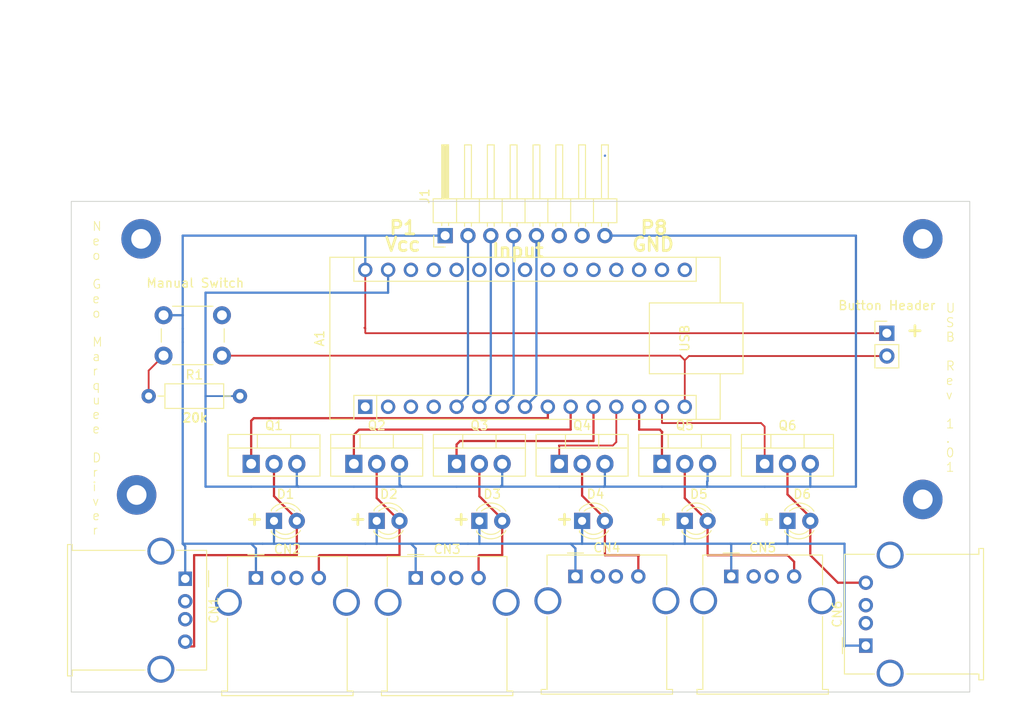
<source format=kicad_pcb>
(kicad_pcb (version 20241229) (generator "pcbnew") (generator_version "9.0")
  (layers (0 "F.Cu" signal) (2 "B.Cu" signal) (13 "F.Paste" user) (15 "B.Paste" user) (5 "F.SilkS" user "F.Silkscreen") (7 "B.SilkS" user "B.Silkscreen") (1 "F.Mask" user) (3 "B.Mask" user) (25 "Edge.Cuts" user))
  (net 0 "")
  (footprint "Connector_USB:USB_A_Molex_67643_Horizontal" (layer "F.Cu") (at 133.88 100.16)
    (property "Reference" "CN4" (at 3.5 -3.19 0) (layer "F.SilkS"))
    (property "Value" "USB_A_Molex_67643_Horizontal")
    (pad "1" thru_hole rect (at 0 0) (size 1.6 1.5) (drill 0.95) (layers "*.Cu" "*.Mask"))
    (pad "2" thru_hole circle (at 2.5 0) (size 1.6 1.6) (drill 0.95) (layers "*.Cu" "*.Mask"))
    (pad "3" thru_hole circle (at 4.5 0) (size 1.6 1.6) (drill 0.95) (layers "*.Cu" "*.Mask"))
    (pad "4" thru_hole circle (at 7 0) (size 1.6 1.6) (drill 0.95) (layers "*.Cu" "*.Mask"))
    (pad "5" thru_hole circle (at -3.07 2.71) (size 3 3) (drill 2.3) (layers "*.Cu" "*.Mask"))
    (pad "5" thru_hole circle (at 10.07 2.71) (size 3 3) (drill 2.3) (layers "*.Cu" "*.Mask"))
  )
  (footprint "Connector_USB:USB_A_Molex_67643_Horizontal" (layer "F.Cu") (at 166.2 107.86 90)
    (property "Reference" "CN6" (at 3.5 -3.19 90) (layer "F.SilkS"))
    (property "Value" "USB_A_Molex_67643_Horizontal")
    (pad "1" thru_hole rect (at 0 0 90) (size 1.6 1.5) (drill 0.95) (layers "*.Cu" "*.Mask"))
    (pad "2" thru_hole circle (at 2.5 0 90) (size 1.6 1.6) (drill 0.95) (layers "*.Cu" "*.Mask"))
    (pad "3" thru_hole circle (at 4.5 0 90) (size 1.6 1.6) (drill 0.95) (layers "*.Cu" "*.Mask"))
    (pad "4" thru_hole circle (at 7 0 90) (size 1.6 1.6) (drill 0.95) (layers "*.Cu" "*.Mask"))
    (pad "5" thru_hole circle (at -3.07 2.71 90) (size 3 3) (drill 2.3) (layers "*.Cu" "*.Mask"))
    (pad "5" thru_hole circle (at 10.07 2.71 90) (size 3 3) (drill 2.3) (layers "*.Cu" "*.Mask"))
  )
  (footprint "Button_Switch_THT:SW_PUSH_6mm_H5mm" (layer "F.Cu") (at 88.04 71.09)
    (property "Reference" "REF**" (hide yes))
    (property "Value" "SW_PUSH_6mm_H5mm")
    (pad "1" thru_hole circle (at 0 0 90) (size 2 2) (drill 1.1) (layers "*.Cu" "*.Mask"))
    (pad "1" thru_hole circle (at 6.5 0 90) (size 2 2) (drill 1.1) (layers "*.Cu" "*.Mask"))
    (pad "2" thru_hole circle (at 0 4.5 90) (size 2 2) (drill 1.1) (layers "*.Cu" "*.Mask"))
    (pad "2" thru_hole circle (at 6.5 4.5 90) (size 2 2) (drill 1.1) (layers "*.Cu" "*.Mask"))
  )
  (footprint "Resistor_THT:R_Axial_DIN0207_L6.3mm_D2.5mm_P10.16mm_Horizontal" (layer "F.Cu") (at 86.38 80.09)
    (property "Reference" "R1" (at 5.08 -2.37 0) (layer "F.SilkS"))
    (property "Value" "R_Axial_DIN0207_L6.3mm_D2.5mm_P10.16mm_Horizontal")
    (pad "1" thru_hole circle (at 0 0) (size 1.6 1.6) (drill 0.8) (layers "*.Cu" "*.Mask"))
    (pad "2" thru_hole oval (at 10.16 0) (size 1.6 1.6) (drill 0.8) (layers "*.Cu" "*.Mask"))
  )
  (footprint "LED_THT:LED_D3.0mm" (layer "F.Cu") (at 100.33 93.98)
    (property "Reference" "D1" (hide yes))
    (property "Value" "LED_D3.0mm")
    (pad "1" thru_hole rect (at 0 0) (size 1.8 1.8) (drill 0.9) (layers "*.Cu" "*.Mask"))
    (pad "2" thru_hole circle (at 2.54 0) (size 1.8 1.8) (drill 0.9) (layers "*.Cu" "*.Mask"))
  )
  (footprint "MountingHole:MountingHole_2.2mm_M2_Pad" (layer "F.Cu") (at 172.54 91.59)
    (property "Reference" "REF**" (hide yes))
    (property "Value" "MountingHole_2.2mm_M2_Pad")
    (pad "1" thru_hole circle (at 0 0) (size 4.4 4.4) (drill 2.2) (layers "*.Cu" "*.Mask"))
  )
  (footprint "LED_THT:LED_D3.0mm" (layer "F.Cu") (at 157.48 93.98)
    (property "Reference" "D6" (hide yes))
    (property "Value" "LED_D3.0mm")
    (pad "1" thru_hole rect (at 0 0) (size 1.8 1.8) (drill 0.9) (layers "*.Cu" "*.Mask"))
    (pad "2" thru_hole circle (at 2.54 0) (size 1.8 1.8) (drill 0.9) (layers "*.Cu" "*.Mask"))
  )
  (footprint "LED_THT:LED_D3.0mm" (layer "F.Cu") (at 146.05 93.98)
    (property "Reference" "D5" (hide yes))
    (property "Value" "LED_D3.0mm")
    (pad "1" thru_hole rect (at 0 0) (size 1.8 1.8) (drill 0.9) (layers "*.Cu" "*.Mask"))
    (pad "2" thru_hole circle (at 2.54 0) (size 1.8 1.8) (drill 0.9) (layers "*.Cu" "*.Mask"))
  )
  (footprint "MountingHole:MountingHole_2.2mm_M2_Pad" (layer "F.Cu") (at 172.54 62.59)
    (property "Reference" "REF**" (hide yes))
    (property "Value" "MountingHole_2.2mm_M2_Pad")
    (pad "1" thru_hole circle (at 0 0) (size 4.4 4.4) (drill 2.2) (layers "*.Cu" "*.Mask"))
  )
  (footprint "Connector_USB:USB_A_Molex_67643_Horizontal" (layer "F.Cu") (at 116.1 100.33)
    (property "Reference" "CN3" (at 3.5 -3.19 0) (layer "F.SilkS"))
    (property "Value" "USB_A_Molex_67643_Horizontal")
    (pad "1" thru_hole rect (at 0 0) (size 1.6 1.5) (drill 0.95) (layers "*.Cu" "*.Mask"))
    (pad "2" thru_hole circle (at 2.5 0) (size 1.6 1.6) (drill 0.95) (layers "*.Cu" "*.Mask"))
    (pad "3" thru_hole circle (at 4.5 0) (size 1.6 1.6) (drill 0.95) (layers "*.Cu" "*.Mask"))
    (pad "4" thru_hole circle (at 7 0) (size 1.6 1.6) (drill 0.95) (layers "*.Cu" "*.Mask"))
    (pad "5" thru_hole circle (at -3.07 2.71) (size 3 3) (drill 2.3) (layers "*.Cu" "*.Mask"))
    (pad "5" thru_hole circle (at 10.07 2.71) (size 3 3) (drill 2.3) (layers "*.Cu" "*.Mask"))
  )
  (footprint "Package_TO_SOT_THT:TO-220-3_Vertical" (layer "F.Cu") (at 154.94 87.63)
    (property "Reference" "Q6" (at 2.54 -4.27 0) (layer "F.SilkS"))
    (property "Value" "TO-220-3_Vertical")
    (pad "1" thru_hole rect (at 0 0) (size 1.905 2) (drill 1.1) (layers "*.Cu" "*.Mask"))
    (pad "2" thru_hole oval (at 2.54 0) (size 1.905 2) (drill 1.1) (layers "*.Cu" "*.Mask"))
    (pad "3" thru_hole oval (at 5.08 0) (size 1.905 2) (drill 1.1) (layers "*.Cu" "*.Mask"))
  )
  (footprint "Connector_USB:USB_A_Molex_67643_Horizontal" (layer "F.Cu") (at 90.45 100.42 -90)
    (property "Reference" "CN1" (at 3.5 -3.19 90) (layer "F.SilkS"))
    (property "Value" "USB_A_Molex_67643_Horizontal")
    (pad "1" thru_hole rect (at 0 0 270) (size 1.6 1.5) (drill 0.95) (layers "*.Cu" "*.Mask"))
    (pad "2" thru_hole circle (at 2.5 0 270) (size 1.6 1.6) (drill 0.95) (layers "*.Cu" "*.Mask"))
    (pad "3" thru_hole circle (at 4.5 0 270) (size 1.6 1.6) (drill 0.95) (layers "*.Cu" "*.Mask"))
    (pad "4" thru_hole circle (at 7 0 270) (size 1.6 1.6) (drill 0.95) (layers "*.Cu" "*.Mask"))
    (pad "5" thru_hole circle (at -3.07 2.71 270) (size 3 3) (drill 2.3) (layers "*.Cu" "*.Mask"))
    (pad "5" thru_hole circle (at 10.07 2.71 270) (size 3 3) (drill 2.3) (layers "*.Cu" "*.Mask"))
  )
  (footprint "Package_TO_SOT_THT:TO-220-3_Vertical" (layer "F.Cu") (at 109.22 87.63)
    (property "Reference" "Q2" (at 2.54 -4.27 0) (layer "F.SilkS"))
    (property "Value" "TO-220-3_Vertical")
    (pad "1" thru_hole rect (at 0 0) (size 1.905 2) (drill 1.1) (layers "*.Cu" "*.Mask"))
    (pad "2" thru_hole oval (at 2.54 0) (size 1.905 2) (drill 1.1) (layers "*.Cu" "*.Mask"))
    (pad "3" thru_hole oval (at 5.08 0) (size 1.905 2) (drill 1.1) (layers "*.Cu" "*.Mask"))
  )
  (footprint "LED_THT:LED_D3.0mm" (layer "F.Cu") (at 134.62 93.98)
    (property "Reference" "D4" (hide yes))
    (property "Value" "LED_D3.0mm")
    (pad "1" thru_hole rect (at 0 0) (size 1.8 1.8) (drill 0.9) (layers "*.Cu" "*.Mask"))
    (pad "2" thru_hole circle (at 2.54 0) (size 1.8 1.8) (drill 0.9) (layers "*.Cu" "*.Mask"))
  )
  (footprint "LED_THT:LED_D3.0mm" (layer "F.Cu") (at 123.19 93.98)
    (property "Reference" "D3" (hide yes))
    (property "Value" "LED_D3.0mm")
    (pad "1" thru_hole rect (at 0 0) (size 1.8 1.8) (drill 0.9) (layers "*.Cu" "*.Mask"))
    (pad "2" thru_hole circle (at 2.54 0) (size 1.8 1.8) (drill 0.9) (layers "*.Cu" "*.Mask"))
  )
  (footprint "Package_TO_SOT_THT:TO-220-3_Vertical" (layer "F.Cu") (at 143.51 87.63)
    (property "Reference" "Q5" (at 2.54 -4.27 0) (layer "F.SilkS"))
    (property "Value" "TO-220-3_Vertical")
    (pad "1" thru_hole rect (at 0 0) (size 1.905 2) (drill 1.1) (layers "*.Cu" "*.Mask"))
    (pad "2" thru_hole oval (at 2.54 0) (size 1.905 2) (drill 1.1) (layers "*.Cu" "*.Mask"))
    (pad "3" thru_hole oval (at 5.08 0) (size 1.905 2) (drill 1.1) (layers "*.Cu" "*.Mask"))
  )
  (footprint "MountingHole:MountingHole_2.2mm_M2_Pad" (layer "F.Cu") (at 85.04 91.09)
    (property "Reference" "REF**" (hide yes))
    (property "Value" "MountingHole_2.2mm_M2_Pad")
    (pad "1" thru_hole circle (at 0 0) (size 4.4 4.4) (drill 2.2) (layers "*.Cu" "*.Mask"))
  )
  (footprint "MountingHole:MountingHole_2.2mm_M2_Pad" (layer "F.Cu") (at 85.54 62.59)
    (property "Reference" "REF**" (hide yes))
    (property "Value" "MountingHole_2.2mm_M2_Pad")
    (pad "1" thru_hole circle (at 0 0) (size 4.4 4.4) (drill 2.2) (layers "*.Cu" "*.Mask"))
  )
  (footprint "Package_TO_SOT_THT:TO-220-3_Vertical" (layer "F.Cu") (at 132.08 87.63)
    (property "Reference" "Q4" (at 2.54 -4.27 0) (layer "F.SilkS"))
    (property "Value" "TO-220-3_Vertical")
    (pad "1" thru_hole rect (at 0 0) (size 1.905 2) (drill 1.1) (layers "*.Cu" "*.Mask"))
    (pad "2" thru_hole oval (at 2.54 0) (size 1.905 2) (drill 1.1) (layers "*.Cu" "*.Mask"))
    (pad "3" thru_hole oval (at 5.08 0) (size 1.905 2) (drill 1.1) (layers "*.Cu" "*.Mask"))
  )
  (footprint "Connector_USB:USB_A_Molex_67643_Horizontal" (layer "F.Cu") (at 98.32 100.33)
    (property "Reference" "CN2" (at 3.5 -3.19 0) (layer "F.SilkS"))
    (property "Value" "USB_A_Molex_67643_Horizontal")
    (pad "1" thru_hole rect (at 0 0) (size 1.6 1.5) (drill 0.95) (layers "*.Cu" "*.Mask"))
    (pad "2" thru_hole circle (at 2.5 0) (size 1.6 1.6) (drill 0.95) (layers "*.Cu" "*.Mask"))
    (pad "3" thru_hole circle (at 4.5 0) (size 1.6 1.6) (drill 0.95) (layers "*.Cu" "*.Mask"))
    (pad "4" thru_hole circle (at 7 0) (size 1.6 1.6) (drill 0.95) (layers "*.Cu" "*.Mask"))
    (pad "5" thru_hole circle (at -3.07 2.71) (size 3 3) (drill 2.3) (layers "*.Cu" "*.Mask"))
    (pad "5" thru_hole circle (at 10.07 2.71) (size 3 3) (drill 2.3) (layers "*.Cu" "*.Mask"))
  )
  (footprint "Connector_USB:USB_A_Molex_67643_Horizontal" (layer "F.Cu") (at 151.22 100.16)
    (property "Reference" "CN5" (at 3.5 -3.19 0) (layer "F.SilkS"))
    (property "Value" "USB_A_Molex_67643_Horizontal")
    (pad "1" thru_hole rect (at 0 0) (size 1.6 1.5) (drill 0.95) (layers "*.Cu" "*.Mask"))
    (pad "2" thru_hole circle (at 2.5 0) (size 1.6 1.6) (drill 0.95) (layers "*.Cu" "*.Mask"))
    (pad "3" thru_hole circle (at 4.5 0) (size 1.6 1.6) (drill 0.95) (layers "*.Cu" "*.Mask"))
    (pad "4" thru_hole circle (at 7 0) (size 1.6 1.6) (drill 0.95) (layers "*.Cu" "*.Mask"))
    (pad "5" thru_hole circle (at -3.07 2.71) (size 3 3) (drill 2.3) (layers "*.Cu" "*.Mask"))
    (pad "5" thru_hole circle (at 10.07 2.71) (size 3 3) (drill 2.3) (layers "*.Cu" "*.Mask"))
  )
  (footprint "Package_TO_SOT_THT:TO-220-3_Vertical" (layer "F.Cu") (at 120.65 87.63)
    (property "Reference" "Q3" (at 2.54 -4.27 0) (layer "F.SilkS"))
    (property "Value" "TO-220-3_Vertical")
    (pad "1" thru_hole rect (at 0 0) (size 1.905 2) (drill 1.1) (layers "*.Cu" "*.Mask"))
    (pad "2" thru_hole oval (at 2.54 0) (size 1.905 2) (drill 1.1) (layers "*.Cu" "*.Mask"))
    (pad "3" thru_hole oval (at 5.08 0) (size 1.905 2) (drill 1.1) (layers "*.Cu" "*.Mask"))
  )
  (footprint "Package_TO_SOT_THT:TO-220-3_Vertical" (layer "F.Cu") (at 97.79 87.63)
    (property "Reference" "Q1" (at 2.54 -4.27 0) (layer "F.SilkS"))
    (property "Value" "TO-220-3_Vertical")
    (pad "1" thru_hole rect (at 0 0) (size 1.905 2) (drill 1.1) (layers "*.Cu" "*.Mask"))
    (pad "2" thru_hole oval (at 2.54 0) (size 1.905 2) (drill 1.1) (layers "*.Cu" "*.Mask"))
    (pad "3" thru_hole oval (at 5.08 0) (size 1.905 2) (drill 1.1) (layers "*.Cu" "*.Mask"))
  )
  (footprint "Module:Arduino_Nano_WithMountingHoles" (layer "F.Cu") (at 110.49 81.28 90)
    (property "Reference" "A1" (at 7.62 -5.08 90) (layer "F.SilkS"))
    (property "Value" "Arduino_Nano_WithMountingHoles")
    (fp_text user "USB" (at 7.62 35.56 90) (layer "F.SilkS"))
    (pad "" np_thru_hole circle (at 0 -2.54 90) (size 1.78 1.78) (drill 1.78) (layers "*.Cu" "*.Mask"))
    (pad "" np_thru_hole circle (at 0 38.1 90) (size 1.78 1.78) (drill 1.78) (layers "*.Cu" "*.Mask"))
    (pad "" np_thru_hole circle (at 15.24 -2.54 90) (size 1.78 1.78) (drill 1.78) (layers "*.Cu" "*.Mask"))
    (pad "" np_thru_hole circle (at 15.24 38.1 90) (size 1.78 1.78) (drill 1.78) (layers "*.Cu" "*.Mask"))
    (pad "3V3 Out" thru_hole oval (at 15.24 33.02 90) (size 1.6 1.6) (drill 1) (layers "*.Cu" "*.Mask"))
    (pad "5V Out" thru_hole oval (at 15.24 7.62 90) (size 1.6 1.6) (drill 1) (layers "*.Cu" "*.Mask"))
    (pad "A0" thru_hole oval (at 15.24 27.94 90) (size 1.6 1.6) (drill 1) (layers "*.Cu" "*.Mask"))
    (pad "A1" thru_hole oval (at 15.24 25.4 90) (size 1.6 1.6) (drill 1) (layers "*.Cu" "*.Mask"))
    (pad "A2" thru_hole oval (at 15.24 22.86 90) (size 1.6 1.6) (drill 1) (layers "*.Cu" "*.Mask"))
    (pad "A3" thru_hole oval (at 15.24 20.32 90) (size 1.6 1.6) (drill 1) (layers "*.Cu" "*.Mask"))
    (pad "A4" thru_hole oval (at 15.24 17.78 90) (size 1.6 1.6) (drill 1) (layers "*.Cu" "*.Mask"))
    (pad "A5" thru_hole oval (at 15.24 15.24 90) (size 1.6 1.6) (drill 1) (layers "*.Cu" "*.Mask"))
    (pad "A6" thru_hole oval (at 15.24 12.7 90) (size 1.6 1.6) (drill 1) (layers "*.Cu" "*.Mask"))
    (pad "A7" thru_hole oval (at 15.24 10.16 90) (size 1.6 1.6) (drill 1) (layers "*.Cu" "*.Mask"))
    (pad "D2" thru_hole oval (at 0 10.16 90) (size 1.6 1.6) (drill 1) (layers "*.Cu" "*.Mask"))
    (pad "D3" thru_hole oval (at 0 12.7 90) (size 1.6 1.6) (drill 1) (layers "*.Cu" "*.Mask"))
    (pad "D4" thru_hole oval (at 0 15.24 90) (size 1.6 1.6) (drill 1) (layers "*.Cu" "*.Mask"))
    (pad "D5" thru_hole oval (at 0 17.78 90) (size 1.6 1.6) (drill 1) (layers "*.Cu" "*.Mask"))
    (pad "D6" thru_hole oval (at 0 20.32 90) (size 1.6 1.6) (drill 1) (layers "*.Cu" "*.Mask"))
    (pad "D7" thru_hole oval (at 0 22.86 90) (size 1.6 1.6) (drill 1) (layers "*.Cu" "*.Mask"))
    (pad "D8" thru_hole oval (at 0 25.4 90) (size 1.6 1.6) (drill 1) (layers "*.Cu" "*.Mask"))
    (pad "D9" thru_hole oval (at 0 27.94 90) (size 1.6 1.6) (drill 1) (layers "*.Cu" "*.Mask"))
    (pad "D10" thru_hole oval (at 0 30.48 90) (size 1.6 1.6) (drill 1) (layers "*.Cu" "*.Mask"))
    (pad "D11" thru_hole oval (at 0 33.02 90) (size 1.6 1.6) (drill 1) (layers "*.Cu" "*.Mask"))
    (pad "D12" thru_hole oval (at 0 35.56 90) (size 1.6 1.6) (drill 1) (layers "*.Cu" "*.Mask"))
    (pad "D13" thru_hole oval (at 15.24 35.56 90) (size 1.6 1.6) (drill 1) (layers "*.Cu" "*.Mask"))
    (pad "GND" thru_hole oval (at 0 7.62 90) (size 1.6 1.6) (drill 1) (layers "*.Cu" "*.Mask"))
    (pad "GND" thru_hole oval (at 15.24 2.54 90) (size 1.6 1.6) (drill 1) (layers "*.Cu" "*.Mask"))
    (pad "REF" thru_hole oval (at 15.24 30.48 90) (size 1.6 1.6) (drill 1) (layers "*.Cu" "*.Mask"))
    (pad "RST" thru_hole oval (at 0 5.08 90) (size 1.6 1.6) (drill 1) (layers "*.Cu" "*.Mask"))
    (pad "RST" thru_hole oval (at 15.24 5.08 90) (size 1.6 1.6) (drill 1) (layers "*.Cu" "*.Mask"))
    (pad "RX0" thru_hole oval (at 0 2.54 90) (size 1.6 1.6) (drill 1) (layers "*.Cu" "*.Mask"))
    (pad "TX1" thru_hole rect (at 0 0 90) (size 1.6 1.6) (drill 1) (layers "*.Cu" "*.Mask"))
    (pad "Vin" thru_hole oval (at 15.24 0 90) (size 1.6 1.6) (drill 1) (layers "*.Cu" "*.Mask"))
  )
  (footprint "Connector_PinHeader_2.54mm:PinHeader_1x02_P2.54mm_Vertical" (layer "F.Cu") (at 168.54 73.09)
    (property "Reference" "REF**" (hide yes))
    (property "Value" "PinHeader_1x02_P2.54mm_Vertical")
    (pad "1" thru_hole rect (at 0 0) (size 1.7 1.7) (drill 1) (layers "*.Cu" "*.Mask"))
    (pad "2" thru_hole oval (at 0 2.54) (size 1.7 1.7) (drill 1) (layers "*.Cu" "*.Mask"))
  )
  (footprint "Connector_PinHeader_2.54mm:PinHeader_1x08_P2.54mm_Horizontal" (layer "F.Cu") (at 119.38 62.23 90)
    (property "Reference" "J1" (at 4.385 -2.27 90) (layer "F.SilkS"))
    (property "Value" "PinHeader_1x08_P2.54mm_Horizontal")
    (pad "1" thru_hole rect (at 0 0 90) (size 1.7 1.7) (drill 1) (layers "*.Cu" "*.Mask"))
    (pad "2" thru_hole oval (at 0 2.54 90) (size 1.7 1.7) (drill 1) (layers "*.Cu" "*.Mask"))
    (pad "3" thru_hole oval (at 0 5.08 90) (size 1.7 1.7) (drill 1) (layers "*.Cu" "*.Mask"))
    (pad "4" thru_hole oval (at 0 7.62 90) (size 1.7 1.7) (drill 1) (layers "*.Cu" "*.Mask"))
    (pad "5" thru_hole oval (at 0 10.16 90) (size 1.7 1.7) (drill 1) (layers "*.Cu" "*.Mask"))
    (pad "6" thru_hole oval (at 0 12.7 90) (size 1.7 1.7) (drill 1) (layers "*.Cu" "*.Mask"))
    (pad "7" thru_hole oval (at 0 15.24 90) (size 1.7 1.7) (drill 1) (layers "*.Cu" "*.Mask"))
    (pad "8" thru_hole oval (at 0 17.78 90) (size 1.7 1.7) (drill 1) (layers "*.Cu" "*.Mask"))
  )
  (footprint "LED_THT:LED_D3.0mm" (layer "F.Cu") (at 111.76 93.98)
    (property "Reference" "D2" (hide yes))
    (property "Value" "LED_D3.0mm")
    (pad "1" thru_hole rect (at 0 0) (size 1.8 1.8) (drill 0.9) (layers "*.Cu" "*.Mask"))
    (pad "2" thru_hole circle (at 2.54 0) (size 1.8 1.8) (drill 0.9) (layers "*.Cu" "*.Mask"))
  )
  (gr_rect (start 77.77 58.42) (end 177.77 113.03) (stroke (width 0.1)) (fill no) (layer "Edge.Cuts"))
  (gr_text "D4" (at 135.04 91.59 0) (layer "F.SilkS") (effects (font (size 1 1)) (justify left bottom)))
  (gr_text "D5" (at 146.54 91.59 0) (layer "F.SilkS") (effects (font (size 1 1)) (justify left bottom)))
  (gr_text "+" (at 170.54 73.59 0) (layer "F.SilkS") (effects (font (size 1.5 1.5) (thickness 0.3) (bold yes)) (justify left bottom)))
  (gr_text "+" (at 97.04 94.59 0) (layer "F.SilkS") (effects (font (size 1.5 1.5) (thickness 0.3) (bold yes)) (justify left bottom)))
  (gr_text "+" (at 120.04 94.59 0) (layer "F.SilkS") (effects (font (size 1.5 1.5) (thickness 0.3) (bold yes)) (justify left bottom)))
  (gr_text "Manual Switch" (at 86.04 68.09 0) (layer "F.SilkS") (effects (font (size 1 1)) (justify left bottom)))
  (gr_text "D1" (at 100.54 91.59 0) (layer "F.SilkS") (effects (font (size 1 1)) (justify left bottom)))
  (gr_text "20k" (at 90.04 83.09 0) (layer "F.SilkS") (effects (font (size 1 1) (thickness 0.2) (bold yes)) (justify left bottom)))
  (gr_text "P8" (at 140.97 62.23 0) (layer "F.SilkS") (effects (font (size 1.5 1.5) (thickness 0.3) (bold yes)) (justify left bottom)))
  (gr_text "+" (at 108.54 94.59 0) (layer "F.SilkS") (effects (font (size 1.5 1.5) (thickness 0.3) (bold yes)) (justify left bottom)))
  (gr_text "GND" (at 140.04 64.09 0) (layer "F.SilkS") (effects (font (size 1.5 1.5) (thickness 0.3) (bold yes)) (justify left bottom)))
  (gr_text "D3" (at 123.54 91.59 0) (layer "F.SilkS") (effects (font (size 1 1)) (justify left bottom)))
  (gr_text "Vcc" (at 112.54 64.09 0) (layer "F.SilkS") (effects (font (size 1.5 1.5) (thickness 0.3) (bold yes)) (justify left bottom)))
  (gr_text "U\nS\nB\n\nR\ne\nv\n\n1\n.\n0\n1" (at 175.04 88.59 0) (layer "F.SilkS") (effects (font (size 1 1) (thickness 0.1)) (justify left bottom)))
  (gr_text "P1" (at 113.03 62.23 0) (layer "F.SilkS") (effects (font (size 1.5 1.5) (thickness 0.3) (bold yes)) (justify left bottom)))
  (gr_text "Button Header" (at 163.04 70.59 0) (layer "F.SilkS") (effects (font (size 1 1)) (justify left bottom)))
  (gr_text "+" (at 154.04 94.59 0) (layer "F.SilkS") (effects (font (size 1.5 1.5) (thickness 0.3) (bold yes)) (justify left bottom)))
  (gr_text "Input" (at 124.46 64.77 0) (layer "F.SilkS") (effects (font (size 1.5 1.5) (thickness 0.3) (bold yes)) (justify left bottom)))
  (gr_text "+" (at 142.54 94.59 0) (layer "F.SilkS") (effects (font (size 1.5 1.5) (thickness 0.3) (bold yes)) (justify left bottom)))
  (gr_text "D6" (at 158.04 91.59 0) (layer "F.SilkS") (effects (font (size 1 1)) (justify left bottom)))
  (gr_text "+" (at 131.54 94.59 0) (layer "F.SilkS") (effects (font (size 1.5 1.5) (thickness 0.3) (bold yes)) (justify left bottom)))
  (gr_text "N\ne\no\n\nG\ne\no\n\nM\na\nr\nq\nu\ne\ne\n\nD\nr\ni\nv\ne\nr" (at 80.04 95.59 0) (layer "F.SilkS") (effects (font (size 1 1) (thickness 0.1)) (justify left bottom)))
  (gr_text "D2" (at 112.04 91.59 0) (layer "F.SilkS") (effects (font (size 1 1)) (justify left bottom)))
  (segment (start 123.19 97.79) (end 123.1 97.88) (width 0.25) (layer "F.Cu") (net 0))
  (segment (start 86.38 77.25) (end 86.38 80.09) (width 0.2) (layer "F.Cu") (net 0))
  (segment (start 143.54 83.09) (end 154.54 83.09) (width 0.2) (layer "F.Cu") (net 0))
  (segment (start 133.35 81.28) (end 133.35 83.82) (width 0.25) (layer "F.Cu") (net 0))
  (segment (start 100.33 91.22) (end 100.33 87.63) (width 0.25) (layer "F.Cu") (net 0))
  (segment (start 146.05 76.1) (end 146.05 81.28) (width 0.2) (layer "F.Cu") (net 0))
  (segment (start 111.76 91.44) (end 111.76 87.63) (width 0.25) (layer "F.Cu") (net 0))
  (segment (start 138.43 85.2) (end 138.04 85.59) (width 0.2) (layer "F.Cu") (net 0))
  (segment (start 114.3 93.98) (end 114.3 97.79) (width 0.25) (layer "F.Cu") (net 0))
  (segment (start 143.51 84.12) (end 143.51 87.63) (width 0.25) (layer "F.Cu") (net 0))
  (segment (start 102.87 93.98) (end 102.87 97.79) (width 0.25) (layer "F.Cu") (net 0))
  (segment (start 140.97 83.82) (end 143.27 83.82) (width 0.25) (layer "F.Cu") (net 0))
  (segment (start 148.59 97.79) (end 157.48 97.79) (width 0.25) (layer "F.Cu") (net 0))
  (segment (start 110.39 72.49) (end 110.49 72.59) (width 0.2) (layer "F.Cu") (net 0))
  (segment (start 123.19 91.24) (end 123.19 87.63) (width 0.25) (layer "F.Cu") (net 0))
  (segment (start 102.87 93.76) (end 100.33 91.22) (width 0.25) (layer "F.Cu") (net 0))
  (segment (start 105.32 97.88) (end 105.32 100.33) (width 0.25) (layer "F.Cu") (net 0))
  (segment (start 97.79 82.84) (end 97.79 87.63) (width 0.25) (layer "F.Cu") (net 0))
  (segment (start 125.73 93.98) (end 125.73 93.78) (width 0.25) (layer "F.Cu") (net 0))
  (segment (start 130.81 81.28) (end 130.81 82.55) (width 0.25) (layer "F.Cu") (net 0))
  (segment (start 135.89 85.09) (end 135.89 81.28) (width 0.25) (layer "F.Cu") (net 0))
  (segment (start 168.54 73.09) (end 110.54 73.09) (width 0.2) (layer "F.Cu") (net 0))
  (segment (start 102.87 93.98) (end 102.87 93.76) (width 0.25) (layer "F.Cu") (net 0))
  (segment (start 138.04 85.59) (end 132.04 85.59) (width 0.2) (layer "F.Cu") (net 0))
  (segment (start 134.62 91.17) (end 134.62 87.63) (width 0.25) (layer "F.Cu") (net 0))
  (segment (start 143.51 81.28) (end 143.51 83.06) (width 0.2) (layer "F.Cu") (net 0))
  (segment (start 98.08 82.55) (end 97.79 82.84) (width 0.25) (layer "F.Cu") (net 0))
  (segment (start 132.04 85.59) (end 132.08 85.63) (width 0.2) (layer "F.Cu") (net 0))
  (segment (start 146.05 91.44) (end 146.05 87.63) (width 0.25) (layer "F.Cu") (net 0))
  (segment (start 102.87 97.79) (end 91.44 97.79) (width 0.25) (layer "F.Cu") (net 0))
  (segment (start 110.49 73.04) (end 110.49 72.59) (width 0.2) (layer "F.Cu") (net 0))
  (segment (start 120.65 85.48) (end 120.65 87.63) (width 0.25) (layer "F.Cu") (net 0))
  (segment (start 109.22 84.41) (end 109.22 87.63) (width 0.25) (layer "F.Cu") (net 0))
  (segment (start 137.16 93.98) (end 137.16 97.79) (width 0.25) (layer "F.Cu") (net 0))
  (segment (start 154.54 83.09) (end 154.94 83.49) (width 0.2) (layer "F.Cu") (net 0))
  (segment (start 109.81 83.82) (end 109.22 84.41) (width 0.25) (layer "F.Cu") (net 0))
  (segment (start 125.73 93.78) (end 123.19 91.24) (width 0.25) (layer "F.Cu") (net 0))
  (segment (start 146.52 75.63) (end 146.05 76.1) (width 0.2) (layer "F.Cu") (net 0))
  (segment (start 143.27 83.82) (end 143.54 84.09) (width 0.25) (layer "F.Cu") (net 0))
  (segment (start 140.97 97.79) (end 140.88 97.88) (width 0.25) (layer "F.Cu") (net 0))
  (segment (start 110.54 73.09) (end 110.49 73.04) (width 0.2) (layer "F.Cu") (net 0))
  (segment (start 88.04 75.59) (end 86.38 77.25) (width 0.2) (layer "F.Cu") (net 0))
  (segment (start 114.3 97.79) (end 105.41 97.79) (width 0.25) (layer "F.Cu") (net 0))
  (segment (start 145.54 75.59) (end 146.05 76.1) (width 0.2) (layer "F.Cu") (net 0))
  (segment (start 137.16 97.79) (end 140.97 97.79) (width 0.25) (layer "F.Cu") (net 0))
  (segment (start 125.73 97.79) (end 123.19 97.79) (width 0.25) (layer "F.Cu") (net 0))
  (segment (start 132.08 85.63) (end 132.08 87.63) (width 0.2) (layer "F.Cu") (net 0))
  (segment (start 168.54 75.63) (end 146.52 75.63) (width 0.2) (layer "F.Cu") (net 0))
  (segment (start 160.02 93.98) (end 160.02 97.79) (width 0.25) (layer "F.Cu") (net 0))
  (segment (start 148.59 93.98) (end 148.59 97.79) (width 0.25) (layer "F.Cu") (net 0))
  (segment (start 157.48 91.03) (end 157.48 87.63) (width 0.25) (layer "F.Cu") (net 0))
  (segment (start 105.41 97.79) (end 105.32 97.88) (width 0.25) (layer "F.Cu") (net 0))
  (segment (start 140.97 81.28) (end 140.97 83.82) (width 0.25) (layer "F.Cu") (net 0))
  (segment (start 90.98 107.95) (end 90.45 107.42) (width 0.25) (layer "F.Cu") (net 0))
  (segment (start 135.89 85.09) (end 121.04 85.09) (width 0.25) (layer "F.Cu") (net 0))
  (segment (start 91.44 107.95) (end 90.98 107.95) (width 0.25) (layer "F.Cu") (net 0))
  (segment (start 114.3 93.98) (end 111.76 91.44) (width 0.25) (layer "F.Cu") (net 0))
  (segment (start 110.49 72.59) (end 110.49 66.04) (width 0.2) (layer "F.Cu") (net 0))
  (segment (start 143.54 84.09) (end 143.51 84.12) (width 0.25) (layer "F.Cu") (net 0))
  (segment (start 100.04 87.92) (end 100.33 87.63) (width 0.25) (layer "F.Cu") (net 0))
  (segment (start 137.16 93.98) (end 137.16 93.71) (width 0.25) (layer "F.Cu") (net 0))
  (segment (start 160.02 97.79) (end 163.09 100.86) (width 0.25) (layer "F.Cu") (net 0))
  (segment (start 137.16 93.71) (end 134.62 91.17) (width 0.25) (layer "F.Cu") (net 0))
  (segment (start 148.59 93.98) (end 146.05 91.44) (width 0.25) (layer "F.Cu") (net 0))
  (segment (start 94.54 75.59) (end 145.54 75.59) (width 0.2) (layer "F.Cu") (net 0))
  (segment (start 140.88 97.88) (end 140.88 100.16) (width 0.25) (layer "F.Cu") (net 0))
  (segment (start 130.81 82.55) (end 98.08 82.55) (width 0.25) (layer "F.Cu") (net 0))
  (segment (start 133.35 83.82) (end 109.81 83.82) (width 0.25) (layer "F.Cu") (net 0))
  (segment (start 138.43 81.28) (end 138.43 85.2) (width 0.2) (layer "F.Cu") (net 0))
  (segment (start 160.02 93.98) (end 160.02 93.57) (width 0.25) (layer "F.Cu") (net 0))
  (segment (start 160.02 93.57) (end 157.48 91.03) (width 0.25) (layer "F.Cu") (net 0))
  (segment (start 143.51 83.06) (end 143.54 83.09) (width 0.2) (layer "F.Cu") (net 0))
  (segment (start 91.44 97.79) (end 91.44 107.95) (width 0.25) (layer "F.Cu") (net 0))
  (segment (start 125.73 93.98) (end 125.73 97.79) (width 0.25) (layer "F.Cu") (net 0))
  (segment (start 123.1 97.88) (end 123.1 100.33) (width 0.25) (layer "F.Cu") (net 0))
  (segment (start 154.94 83.49) (end 154.94 87.63) (width 0.2) (layer "F.Cu") (net 0))
  (segment (start 163.09 100.86) (end 166.2 100.86) (width 0.25) (layer "F.Cu") (net 0))
  (segment (start 121.04 85.09) (end 120.65 85.48) (width 0.25) (layer "F.Cu") (net 0))
  (segment (start 157.48 97.79) (end 158.22 98.53) (width 0.25) (layer "F.Cu") (net 0))
  (segment (start 158.22 98.53) (end 158.22 100.16) (width 0.25) (layer "F.Cu") (net 0))
  (segment (start 92.71 80.09) (end 92.71 68.58) (width 0.25) (layer "B.Cu") (net 0))
  (segment (start 110.49 62.23) (end 119.38 62.23) (width 0.25) (layer "B.Cu") (net 0))
  (segment (start 137.04 90.17) (end 143.51 90.17) (width 0.25) (layer "B.Cu") (net 0))
  (segment (start 134.62 96.52) (end 134.62 93.98) (width 0.25) (layer "B.Cu") (net 0))
  (segment (start 137.16 90.05) (end 137.16 87.63) (width 0.25) (layer "B.Cu") (net 0))
  (segment (start 114.54 90.17) (end 114.3 89.93) (width 0.25) (layer "B.Cu") (net 0))
  (segment (start 132.08 90.17) (end 137.04 90.17) (width 0.25) (layer "B.Cu") (net 0))
  (segment (start 114.3 89.93) (end 114.3 87.63) (width 0.25) (layer "B.Cu") (net 0))
  (segment (start 110.49 96.52) (end 111.76 96.52) (width 0.25) (layer "B.Cu") (net 0))
  (segment (start 148.54 89.59) (end 148.59 89.54) (width 0.25) (layer "B.Cu") (net 0))
  (segment (start 115.57 96.52) (end 121.92 96.52) (width 0.25) (layer "B.Cu") (net 0))
  (segment (start 160.02 90.15) (end 160.02 87.63) (width 0.25) (layer "B.Cu") (net 0))
  (segment (start 92.71 90.17) (end 92.71 80.09) (width 0.25) (layer "B.Cu") (net 0))
  (segment (start 90.17 74.09) (end 90.17 72.59) (width 0.25) (layer "B.Cu") (net 0))
  (segment (start 121.92 62.23) (end 121.92 80.01) (width 0.25) (layer "B.Cu") (net 0))
  (segment (start 163.92 107.86) (end 166.2 107.86) (width 0.25) (layer "B.Cu") (net 0))
  (segment (start 111.76 96.52) (end 111.76 93.98) (width 0.25) (layer "B.Cu") (net 0))
  (segment (start 156.21 96.52) (end 157.48 96.52) (width 0.25) (layer "B.Cu") (net 0))
  (segment (start 148.54 90.17) (end 154.94 90.17) (width 0.25) (layer "B.Cu") (net 0))
  (segment (start 123.19 96.52) (end 133.35 96.52) (width 0.25) (layer "B.Cu") (net 0))
  (segment (start 137.16 53.34) (end 137.175 53.325) (width 0.25) (layer "B.Cu") (net 0))
  (segment (start 144.78 96.52) (end 146.05 96.52) (width 0.25) (layer "B.Cu") (net 0))
  (segment (start 160.04 90.17) (end 160.02 90.15) (width 0.25) (layer "B.Cu") (net 0))
  (segment (start 116.1 97.05) (end 116.1 100.33) (width 0.25) (layer "B.Cu") (net 0))
  (segment (start 97.79 90.17) (end 103.04 90.17) (width 0.25) (layer "B.Cu") (net 0))
  (segment (start 97.79 96.52) (end 99.06 96.52) (width 0.25) (layer "B.Cu") (net 0))
  (segment (start 124.46 62.23) (end 124.46 80.01) (width 0.25) (layer "B.Cu") (net 0))
  (segment (start 90.17 71.09) (end 90.17 62.23) (width 0.25) (layer "B.Cu") (net 0))
  (segment (start 123.19 96.52) (end 123.19 93.98) (width 0.25) (layer "B.Cu") (net 0))
  (segment (start 127 62.23) (end 127 80.01) (width 0.25) (layer "B.Cu") (net 0))
  (segment (start 90.17 71.09) (end 88.04 71.09) (width 0.25) (layer "B.Cu") (net 0))
  (segment (start 90.17 72.59) (end 90.17 71.09) (width 0.25) (layer "B.Cu") (net 0))
  (segment (start 163.83 96.52) (end 163.83 107.95) (width 0.25) (layer "B.Cu") (net 0))
  (segment (start 113.03 68.58) (end 113.03 66.04) (width 0.25) (layer "B.Cu") (net 0))
  (segment (start 120.65 90.17) (end 125.54 90.17) (width 0.25) (layer "B.Cu") (net 0))
  (segment (start 103.04 90.17) (end 102.87 90) (width 0.25) (layer "B.Cu") (net 0))
  (segment (start 157.48 96.52) (end 157.48 93.98) (width 0.25) (layer "B.Cu") (net 0))
  (segment (start 90.45 96.8) (end 90.45 100.42) (width 0.25) (layer "B.Cu") (net 0))
  (segment (start 121.92 96.52) (end 123.19 96.52) (width 0.25) (layer "B.Cu") (net 0))
  (segment (start 148.59 89.54) (end 148.59 87.63) (width 0.25) (layer "B.Cu") (net 0))
  (segment (start 165.1 90.17) (end 165.1 62.23) (width 0.25) (layer "B.Cu") (net 0))
  (segment (start 102.87 90) (end 102.87 87.63) (width 0.25) (layer "B.Cu") (net 0))
  (segment (start 103.04 90.17) (end 109.22 90.17) (width 0.25) (layer "B.Cu") (net 0))
  (segment (start 129.54 80.01) (end 128.27 81.28) (width 0.25) (layer "B.Cu") (net 0))
  (segment (start 121.92 80.01) (end 120.65 81.28) (width 0.25) (layer "B.Cu") (net 0))
  (segment (start 154.94 90.17) (end 160.04 90.17) (width 0.25) (layer "B.Cu") (net 0))
  (segment (start 151.13 96.52) (end 151.22 96.61) (width 0.25) (layer "B.Cu") (net 0))
  (segment (start 109.22 90.17) (end 114.54 90.17) (width 0.25) (layer "B.Cu") (net 0))
  (segment (start 148.54 90.17) (end 148.54 89.59) (width 0.25) (layer "B.Cu") (net 0))
  (segment (start 157.48 96.52) (end 163.83 96.52) (width 0.25) (layer "B.Cu") (net 0))
  (segment (start 97.79 96.52) (end 98.32 97.05) (width 0.25) (layer "B.Cu") (net 0))
  (segment (start 151.22 96.61) (end 151.22 100.16) (width 0.25) (layer "B.Cu") (net 0))
  (segment (start 165.1 62.23) (end 137.16 62.23) (width 0.25) (layer "B.Cu") (net 0))
  (segment (start 100.33 96.52) (end 110.49 96.52) (width 0.25) (layer "B.Cu") (net 0))
  (segment (start 163.83 107.95) (end 163.92 107.86) (width 0.25) (layer "B.Cu") (net 0))
  (segment (start 90.17 96.52) (end 90.45 96.8) (width 0.25) (layer "B.Cu") (net 0))
  (segment (start 137.04 90.17) (end 137.16 90.05) (width 0.25) (layer "B.Cu") (net 0))
  (segment (start 100.33 96.52) (end 100.33 93.98) (width 0.25) (layer "B.Cu") (net 0))
  (segment (start 90.17 96.52) (end 97.79 96.52) (width 0.25) (layer "B.Cu") (net 0))
  (segment (start 110.49 62.23) (end 110.49 66.04) (width 0.25) (layer "B.Cu") (net 0))
  (segment (start 133.88 97.05) (end 133.88 100.16) (width 0.25) (layer "B.Cu") (net 0))
  (segment (start 143.51 90.17) (end 148.54 90.17) (width 0.25) (layer "B.Cu") (net 0))
  (segment (start 129.54 62.23) (end 129.54 80.01) (width 0.25) (layer "B.Cu") (net 0))
  (segment (start 151.13 96.52) (end 156.21 96.52) (width 0.25) (layer "B.Cu") (net 0))
  (segment (start 125.54 90.17) (end 125.73 89.98) (width 0.25) (layer "B.Cu") (net 0))
  (segment (start 92.71 68.58) (end 113.03 68.58) (width 0.25) (layer "B.Cu") (net 0))
  (segment (start 127 80.01) (end 125.73 81.28) (width 0.25) (layer "B.Cu") (net 0))
  (segment (start 133.35 96.52) (end 134.62 96.52) (width 0.25) (layer "B.Cu") (net 0))
  (segment (start 111.76 96.52) (end 115.57 96.52) (width 0.25) (layer "B.Cu") (net 0))
  (segment (start 146.05 96.52) (end 146.05 93.98) (width 0.25) (layer "B.Cu") (net 0))
  (segment (start 99.06 96.52) (end 100.33 96.52) (width 0.25) (layer "B.Cu") (net 0))
  (segment (start 125.54 90.17) (end 132.08 90.17) (width 0.25) (layer "B.Cu") (net 0))
  (segment (start 96.54 80.09) (end 92.71 80.09) (width 0.2) (layer "B.Cu") (net 0))
  (segment (start 124.46 80.01) (end 123.19 81.28) (width 0.25) (layer "B.Cu") (net 0))
  (segment (start 90.17 62.23) (end 110.49 62.23) (width 0.25) (layer "B.Cu") (net 0))
  (segment (start 90.17 96.52) (end 90.17 74.09) (width 0.25) (layer "B.Cu") (net 0))
  (segment (start 160.04 90.17) (end 165.1 90.17) (width 0.25) (layer "B.Cu") (net 0))
  (segment (start 98.32 97.05) (end 98.32 100.33) (width 0.25) (layer "B.Cu") (net 0))
  (segment (start 134.62 96.52) (end 144.78 96.52) (width 0.25) (layer "B.Cu") (net 0))
  (segment (start 115.57 96.52) (end 116.1 97.05) (width 0.25) (layer "B.Cu") (net 0))
  (segment (start 146.05 96.52) (end 151.13 96.52) (width 0.25) (layer "B.Cu") (net 0))
  (segment (start 92.71 90.17) (end 97.79 90.17) (width 0.25) (layer "B.Cu") (net 0))
  (segment (start 133.35 96.52) (end 133.88 97.05) (width 0.25) (layer "B.Cu") (net 0))
  (segment (start 125.73 89.98) (end 125.73 87.63) (width 0.25) (layer "B.Cu") (net 0))
  (segment (start 114.54 90.17) (end 120.65 90.17) (width 0.25) (layer "B.Cu") (net 0))
)
</source>
